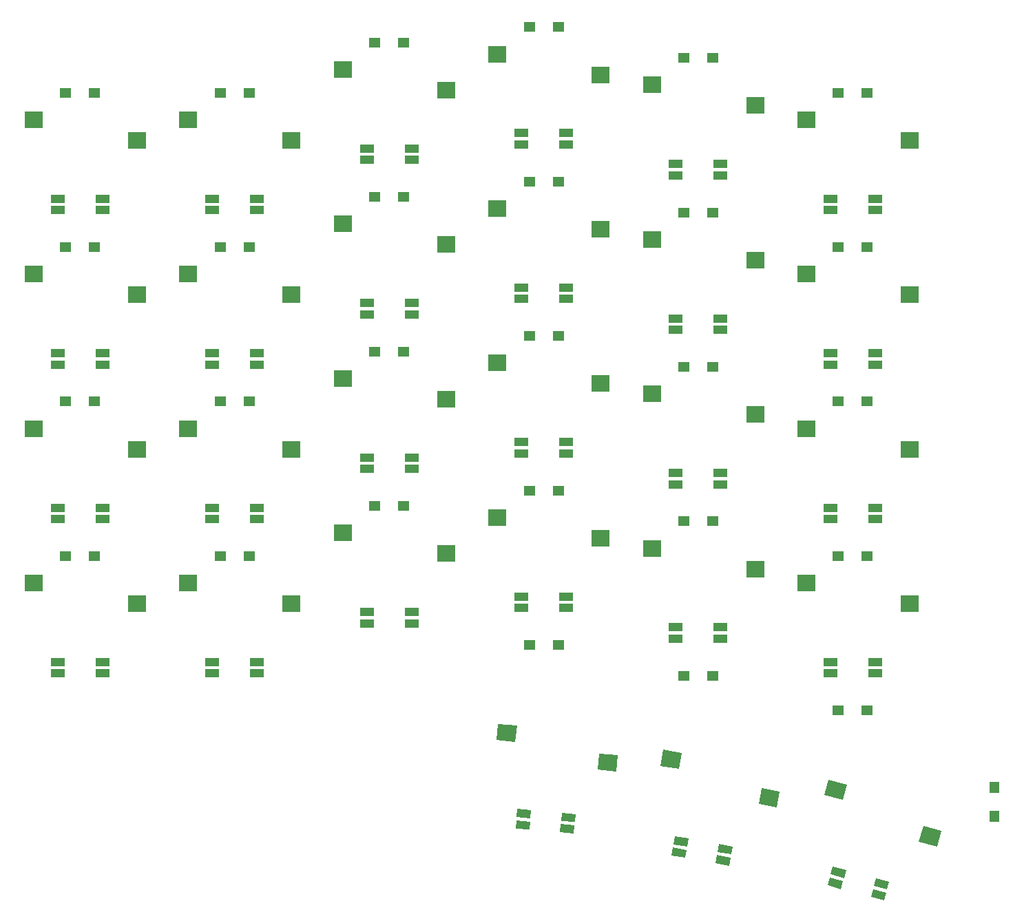
<source format=gtp>
%TF.GenerationSoftware,KiCad,Pcbnew,5.1.10*%
%TF.CreationDate,2021-09-07T21:41:42+02:00*%
%TF.ProjectId,mini,6d696e69-2e6b-4696-9361-645f70636258,rev?*%
%TF.SameCoordinates,Original*%
%TF.FileFunction,Paste,Top*%
%TF.FilePolarity,Positive*%
%FSLAX46Y46*%
G04 Gerber Fmt 4.6, Leading zero omitted, Abs format (unit mm)*
G04 Created by KiCad (PCBNEW 5.1.10) date 2021-09-07 21:41:42*
%MOMM*%
%LPD*%
G01*
G04 APERTURE LIST*
%ADD10C,0.100000*%
%ADD11R,1.400000X1.300000*%
%ADD12R,1.300000X1.400000*%
%ADD13R,2.300000X2.000000*%
%ADD14R,1.700000X1.000000*%
G04 APERTURE END LIST*
D10*
G36*
X177460010Y-140457907D02*
G01*
X176942372Y-142389759D01*
X174720742Y-141794475D01*
X175238380Y-139862623D01*
X177460010Y-140457907D01*
G37*
G36*
X189069868Y-146198361D02*
G01*
X188552230Y-148130213D01*
X186330600Y-147534929D01*
X186848238Y-145603077D01*
X189069868Y-146198361D01*
G37*
D11*
X81425000Y-112376000D03*
X84975000Y-112376000D03*
X176425000Y-131376000D03*
X179975000Y-131376000D03*
X157425000Y-127101000D03*
X160975000Y-127101000D03*
X138425000Y-123301000D03*
X141975000Y-123301000D03*
D12*
X195600000Y-140825000D03*
X195600000Y-144375000D03*
D11*
X176425000Y-112376000D03*
X179975000Y-112376000D03*
X157425000Y-108101000D03*
X160975000Y-108101000D03*
X138425000Y-104301000D03*
X141975000Y-104301000D03*
X119425000Y-106201000D03*
X122975000Y-106201000D03*
X100425000Y-112376000D03*
X103975000Y-112376000D03*
X176425000Y-93375600D03*
X179975000Y-93375600D03*
X157425000Y-89100600D03*
X160975000Y-89100600D03*
X138425000Y-85300600D03*
X141975000Y-85300600D03*
X119425000Y-87200600D03*
X122975000Y-87200600D03*
X100425000Y-93375600D03*
X103975000Y-93375600D03*
X81425000Y-93375600D03*
X84975000Y-93375600D03*
X176425000Y-74375600D03*
X179975000Y-74375600D03*
X157425000Y-70100600D03*
X160975000Y-70100600D03*
X138425000Y-66300600D03*
X141975000Y-66300600D03*
X119425000Y-68200600D03*
X122975000Y-68200600D03*
X100425000Y-74375600D03*
X103975000Y-74375600D03*
X81425000Y-74375600D03*
X84975000Y-74375600D03*
X176425000Y-55375600D03*
X179975000Y-55375600D03*
X157425000Y-51100600D03*
X160975000Y-51100600D03*
X138425000Y-47300600D03*
X141975000Y-47300600D03*
X119425000Y-49200600D03*
X122975000Y-49200600D03*
X100425000Y-55375600D03*
X103975000Y-55375600D03*
X81425000Y-55375600D03*
X84975000Y-55375600D03*
D10*
G36*
X157170851Y-136605878D02*
G01*
X156823555Y-138575493D01*
X154558497Y-138176102D01*
X154905793Y-136206487D01*
X157170851Y-136605878D01*
G37*
G36*
X169236844Y-141312621D02*
G01*
X168889548Y-143282236D01*
X166624490Y-142882845D01*
X166971786Y-140913230D01*
X169236844Y-141312621D01*
G37*
D13*
X77500000Y-58700000D03*
X90200000Y-61240000D03*
X96500000Y-58700000D03*
X109200000Y-61240000D03*
X115500000Y-52525000D03*
X128200000Y-55065000D03*
X134500000Y-50625000D03*
X147200000Y-53165000D03*
X153500000Y-54425000D03*
X166200000Y-56965000D03*
X172500000Y-58700000D03*
X185200000Y-61240000D03*
X77500000Y-77700000D03*
X90200000Y-80240000D03*
X96500000Y-77700000D03*
X109200000Y-80240000D03*
X115500000Y-71525000D03*
X128200000Y-74065000D03*
X134500000Y-69625000D03*
X147200000Y-72165000D03*
X153500000Y-73425000D03*
X166200000Y-75965000D03*
X172500000Y-77700000D03*
X185200000Y-80240000D03*
X77500000Y-96700000D03*
X90200000Y-99240000D03*
X96500000Y-96700000D03*
X109200000Y-99240000D03*
X115500000Y-90525000D03*
X128200000Y-93065000D03*
X134500000Y-88625000D03*
X147200000Y-91165000D03*
X153500000Y-92425000D03*
X166200000Y-94965000D03*
X172500000Y-96700000D03*
X185200000Y-99240000D03*
X77500000Y-115700000D03*
X90200000Y-118240000D03*
X96500000Y-115700000D03*
X109200000Y-118240000D03*
X115500000Y-109525000D03*
X128200000Y-112065000D03*
X134500000Y-107625000D03*
X147200000Y-110165000D03*
X153500000Y-111425000D03*
X166200000Y-113965000D03*
X172500000Y-115700000D03*
X185200000Y-118240000D03*
D10*
G36*
X136897708Y-133221729D02*
G01*
X136723396Y-135214119D01*
X134432148Y-135013661D01*
X134606460Y-133021271D01*
X136897708Y-133221729D01*
G37*
G36*
X149328005Y-136858942D02*
G01*
X149153693Y-138851332D01*
X146862445Y-138650874D01*
X147036757Y-136658484D01*
X149328005Y-136858942D01*
G37*
D14*
X85950000Y-69820000D03*
X85950000Y-68420000D03*
X80450000Y-69820000D03*
X80450000Y-68420000D03*
X104950000Y-69820000D03*
X104950000Y-68420000D03*
X99450000Y-69820000D03*
X99450000Y-68420000D03*
X123950000Y-63645000D03*
X123950000Y-62245000D03*
X118450000Y-63645000D03*
X118450000Y-62245000D03*
X142950000Y-61745000D03*
X142950000Y-60345000D03*
X137450000Y-61745000D03*
X137450000Y-60345000D03*
X161950000Y-65545000D03*
X161950000Y-64145000D03*
X156450000Y-65545000D03*
X156450000Y-64145000D03*
X180950000Y-69820000D03*
X180950000Y-68420000D03*
X175450000Y-69820000D03*
X175450000Y-68420000D03*
X85950000Y-88820000D03*
X85950000Y-87420000D03*
X80450000Y-88820000D03*
X80450000Y-87420000D03*
X104950000Y-88820000D03*
X104950000Y-87420000D03*
X99450000Y-88820000D03*
X99450000Y-87420000D03*
X123950000Y-82645000D03*
X123950000Y-81245000D03*
X118450000Y-82645000D03*
X118450000Y-81245000D03*
X142950000Y-80745000D03*
X142950000Y-79345000D03*
X137450000Y-80745000D03*
X137450000Y-79345000D03*
X161950000Y-84545000D03*
X161950000Y-83145000D03*
X156450000Y-84545000D03*
X156450000Y-83145000D03*
X180950000Y-88820000D03*
X180950000Y-87420000D03*
X175450000Y-88820000D03*
X175450000Y-87420000D03*
X85950000Y-107820000D03*
X85950000Y-106420000D03*
X80450000Y-107820000D03*
X80450000Y-106420000D03*
X104950000Y-107820000D03*
X104950000Y-106420000D03*
X99450000Y-107820000D03*
X99450000Y-106420000D03*
X123950000Y-101645000D03*
X123950000Y-100245000D03*
X118450000Y-101645000D03*
X118450000Y-100245000D03*
X142950000Y-99745000D03*
X142950000Y-98345000D03*
X137450000Y-99745000D03*
X137450000Y-98345000D03*
X161950000Y-103545000D03*
X161950000Y-102145000D03*
X156450000Y-103545000D03*
X156450000Y-102145000D03*
X180950000Y-107820000D03*
X180950000Y-106420000D03*
X175450000Y-107820000D03*
X175450000Y-106420000D03*
X85950000Y-126820000D03*
X85950000Y-125420000D03*
X80450000Y-126820000D03*
X80450000Y-125420000D03*
X104950000Y-126820000D03*
X104950000Y-125420000D03*
X99450000Y-126820000D03*
X99450000Y-125420000D03*
X123950000Y-120645000D03*
X123950000Y-119245000D03*
X118450000Y-120645000D03*
X118450000Y-119245000D03*
X142950000Y-118745000D03*
X142950000Y-117345000D03*
X137450000Y-118745000D03*
X137450000Y-117345000D03*
X161950000Y-122545000D03*
X161950000Y-121145000D03*
X156450000Y-122545000D03*
X156450000Y-121145000D03*
X180950000Y-126820000D03*
X180950000Y-125420000D03*
X175450000Y-126820000D03*
X175450000Y-125420000D03*
D10*
G36*
X142223183Y-146355030D02*
G01*
X142310338Y-145358835D01*
X144003869Y-145507000D01*
X143916714Y-146503195D01*
X142223183Y-146355030D01*
G37*
G36*
X142345201Y-144960357D02*
G01*
X142432356Y-143964162D01*
X144125887Y-144112327D01*
X144038732Y-145108522D01*
X142345201Y-144960357D01*
G37*
G36*
X136744113Y-145875673D02*
G01*
X136831268Y-144879478D01*
X138524799Y-145027643D01*
X138437644Y-146023838D01*
X136744113Y-145875673D01*
G37*
G36*
X136866131Y-144481000D02*
G01*
X136953286Y-143484805D01*
X138646817Y-143632970D01*
X138559662Y-144629165D01*
X136866131Y-144481000D01*
G37*
G36*
X161331757Y-150154701D02*
G01*
X161505405Y-149169893D01*
X163179579Y-149465095D01*
X163005931Y-150449903D01*
X161331757Y-150154701D01*
G37*
G36*
X161574864Y-148775970D02*
G01*
X161748512Y-147791162D01*
X163422686Y-148086364D01*
X163249038Y-149071172D01*
X161574864Y-148775970D01*
G37*
G36*
X155915314Y-149199636D02*
G01*
X156088962Y-148214828D01*
X157763136Y-148510030D01*
X157589488Y-149494838D01*
X155915314Y-149199636D01*
G37*
G36*
X156158421Y-147820905D02*
G01*
X156332069Y-146836097D01*
X158006243Y-147131299D01*
X157832595Y-148116107D01*
X156158421Y-147820905D01*
G37*
G36*
X180423677Y-154317867D02*
G01*
X180682496Y-153351941D01*
X182324569Y-153791933D01*
X182065750Y-154757859D01*
X180423677Y-154317867D01*
G37*
G36*
X180786023Y-152965571D02*
G01*
X181044842Y-151999645D01*
X182686915Y-152439637D01*
X182428096Y-153405563D01*
X180786023Y-152965571D01*
G37*
G36*
X175111085Y-152894363D02*
G01*
X175369904Y-151928437D01*
X177011977Y-152368429D01*
X176753158Y-153334355D01*
X175111085Y-152894363D01*
G37*
G36*
X175473431Y-151542067D02*
G01*
X175732250Y-150576141D01*
X177374323Y-151016133D01*
X177115504Y-151982059D01*
X175473431Y-151542067D01*
G37*
M02*

</source>
